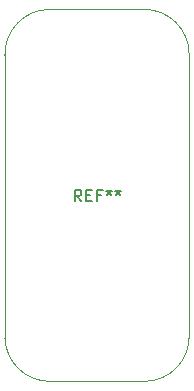
<source format=gbr>
%TF.GenerationSoftware,KiCad,Pcbnew,4.0.5-e0-6337~49~ubuntu16.04.1*%
%TF.CreationDate,2017-01-18T14:25:02-08:00*%
%TF.ProjectId,2x4-Cap-Touch-Slider,3278342D4361702D546F7563682D536C,1.0*%
%TF.FileFunction,Other,Fab,Top*%
%FSLAX46Y46*%
G04 Gerber Fmt 4.6, Leading zero omitted, Abs format (unit mm)*
G04 Created by KiCad (PCBNEW 4.0.5-e0-6337~49~ubuntu16.04.1) date Wed Jan 18 14:25:02 2017*
%MOMM*%
%LPD*%
G01*
G04 APERTURE LIST*
%ADD10C,0.350000*%
%ADD11C,0.040640*%
%ADD12C,0.150000*%
G04 APERTURE END LIST*
D10*
D11*
X136763600Y-105511600D02*
G75*
G03X140663420Y-109204968I3799820J106632D01*
G01*
X148563600Y-109211600D02*
G75*
G03X152363600Y-105099776I0J3811824D01*
G01*
X152364916Y-81511600D02*
G75*
G03X148463600Y-77711600I-3801316J0D01*
G01*
X140563600Y-77710284D02*
G75*
G03X136763600Y-81611600I0J-3801316D01*
G01*
X140563600Y-77711600D02*
X148563600Y-77711600D01*
X136763600Y-81511600D02*
X136763600Y-105511600D01*
X152363600Y-81511600D02*
X152363600Y-105511600D01*
X140563600Y-109211600D02*
X148563600Y-109211600D01*
D12*
X143230267Y-93963981D02*
X142896933Y-93487790D01*
X142658838Y-93963981D02*
X142658838Y-92963981D01*
X143039791Y-92963981D01*
X143135029Y-93011600D01*
X143182648Y-93059219D01*
X143230267Y-93154457D01*
X143230267Y-93297314D01*
X143182648Y-93392552D01*
X143135029Y-93440171D01*
X143039791Y-93487790D01*
X142658838Y-93487790D01*
X143658838Y-93440171D02*
X143992172Y-93440171D01*
X144135029Y-93963981D02*
X143658838Y-93963981D01*
X143658838Y-92963981D01*
X144135029Y-92963981D01*
X144896934Y-93440171D02*
X144563600Y-93440171D01*
X144563600Y-93963981D02*
X144563600Y-92963981D01*
X145039791Y-92963981D01*
X145563600Y-92963981D02*
X145563600Y-93202076D01*
X145325505Y-93106838D02*
X145563600Y-93202076D01*
X145801696Y-93106838D01*
X145420743Y-93392552D02*
X145563600Y-93202076D01*
X145706458Y-93392552D01*
X146325505Y-92963981D02*
X146325505Y-93202076D01*
X146087410Y-93106838D02*
X146325505Y-93202076D01*
X146563601Y-93106838D01*
X146182648Y-93392552D02*
X146325505Y-93202076D01*
X146468363Y-93392552D01*
M02*

</source>
